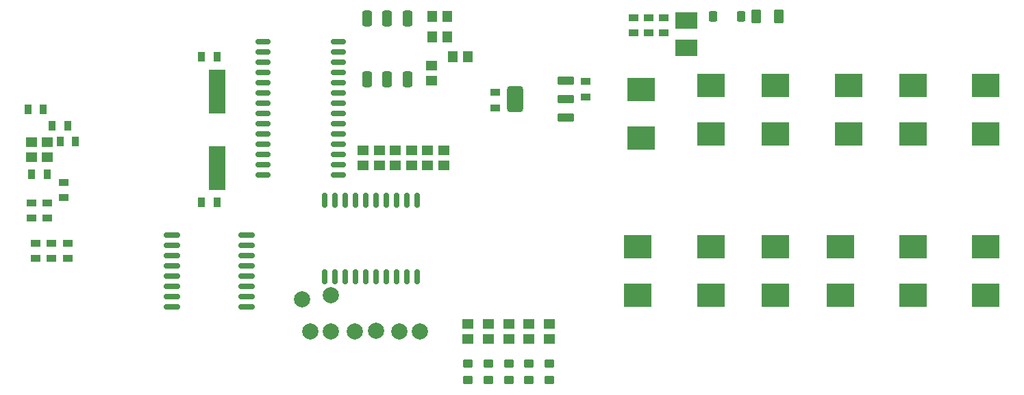
<source format=gtp>
G04*
G04 #@! TF.GenerationSoftware,Altium Limited,Altium Designer,22.11.1 (43)*
G04*
G04 Layer_Color=8421504*
%FSLAX44Y44*%
%MOMM*%
G71*
G04*
G04 #@! TF.SameCoordinates,DD534F31-E0F6-4E29-A9B1-9AC83580A68C*
G04*
G04*
G04 #@! TF.FilePolarity,Positive*
G04*
G01*
G75*
%ADD17R,1.3500X1.1500*%
%ADD18C,2.0000*%
G04:AMPARAMS|DCode=19|XSize=0.6mm|YSize=1.9mm|CornerRadius=0.15mm|HoleSize=0mm|Usage=FLASHONLY|Rotation=180.000|XOffset=0mm|YOffset=0mm|HoleType=Round|Shape=RoundedRectangle|*
%AMROUNDEDRECTD19*
21,1,0.6000,1.6000,0,0,180.0*
21,1,0.3000,1.9000,0,0,180.0*
1,1,0.3000,-0.1500,0.8000*
1,1,0.3000,0.1500,0.8000*
1,1,0.3000,0.1500,-0.8000*
1,1,0.3000,-0.1500,-0.8000*
%
%ADD19ROUNDEDRECTD19*%
G04:AMPARAMS|DCode=20|XSize=2mm|YSize=1.2mm|CornerRadius=0.3mm|HoleSize=0mm|Usage=FLASHONLY|Rotation=90.000|XOffset=0mm|YOffset=0mm|HoleType=Round|Shape=RoundedRectangle|*
%AMROUNDEDRECTD20*
21,1,2.0000,0.6000,0,0,90.0*
21,1,1.4000,1.2000,0,0,90.0*
1,1,0.6000,0.3000,0.7000*
1,1,0.6000,0.3000,-0.7000*
1,1,0.6000,-0.3000,-0.7000*
1,1,0.6000,-0.3000,0.7000*
%
%ADD20ROUNDEDRECTD20*%
%ADD21R,1.1500X1.3500*%
G04:AMPARAMS|DCode=22|XSize=0.6mm|YSize=2mm|CornerRadius=0.15mm|HoleSize=0mm|Usage=FLASHONLY|Rotation=270.000|XOffset=0mm|YOffset=0mm|HoleType=Round|Shape=RoundedRectangle|*
%AMROUNDEDRECTD22*
21,1,0.6000,1.7000,0,0,270.0*
21,1,0.3000,2.0000,0,0,270.0*
1,1,0.3000,-0.8500,-0.1500*
1,1,0.3000,-0.8500,0.1500*
1,1,0.3000,0.8500,0.1500*
1,1,0.3000,0.8500,-0.1500*
%
%ADD22ROUNDEDRECTD22*%
G04:AMPARAMS|DCode=23|XSize=0.6mm|YSize=1.85mm|CornerRadius=0.15mm|HoleSize=0mm|Usage=FLASHONLY|Rotation=90.000|XOffset=0mm|YOffset=0mm|HoleType=Round|Shape=RoundedRectangle|*
%AMROUNDEDRECTD23*
21,1,0.6000,1.5500,0,0,90.0*
21,1,0.3000,1.8500,0,0,90.0*
1,1,0.3000,0.7750,0.1500*
1,1,0.3000,0.7750,-0.1500*
1,1,0.3000,-0.7750,-0.1500*
1,1,0.3000,-0.7750,0.1500*
%
%ADD23ROUNDEDRECTD23*%
%ADD24R,3.5000X3.0000*%
%ADD25R,0.9000X1.3000*%
%ADD26R,1.3000X0.9000*%
%ADD27R,2.0000X5.5000*%
%ADD28R,2.8000X2.0000*%
G04:AMPARAMS|DCode=29|XSize=1.3mm|YSize=1.1mm|CornerRadius=0.275mm|HoleSize=0mm|Usage=FLASHONLY|Rotation=90.000|XOffset=0mm|YOffset=0mm|HoleType=Round|Shape=RoundedRectangle|*
%AMROUNDEDRECTD29*
21,1,1.3000,0.5500,0,0,90.0*
21,1,0.7500,1.1000,0,0,90.0*
1,1,0.5500,0.2750,0.3750*
1,1,0.5500,0.2750,-0.3750*
1,1,0.5500,-0.2750,-0.3750*
1,1,0.5500,-0.2750,0.3750*
%
%ADD29ROUNDEDRECTD29*%
G04:AMPARAMS|DCode=30|XSize=1mm|YSize=2.1mm|CornerRadius=0.25mm|HoleSize=0mm|Usage=FLASHONLY|Rotation=270.000|XOffset=0mm|YOffset=0mm|HoleType=Round|Shape=RoundedRectangle|*
%AMROUNDEDRECTD30*
21,1,1.0000,1.6000,0,0,270.0*
21,1,0.5000,2.1000,0,0,270.0*
1,1,0.5000,-0.8000,-0.2500*
1,1,0.5000,-0.8000,0.2500*
1,1,0.5000,0.8000,0.2500*
1,1,0.5000,0.8000,-0.2500*
%
%ADD30ROUNDEDRECTD30*%
G04:AMPARAMS|DCode=31|XSize=3.3mm|YSize=2.1mm|CornerRadius=0.525mm|HoleSize=0mm|Usage=FLASHONLY|Rotation=270.000|XOffset=0mm|YOffset=0mm|HoleType=Round|Shape=RoundedRectangle|*
%AMROUNDEDRECTD31*
21,1,3.3000,1.0500,0,0,270.0*
21,1,2.2500,2.1000,0,0,270.0*
1,1,1.0500,-0.5250,-1.1250*
1,1,1.0500,-0.5250,1.1250*
1,1,1.0500,0.5250,1.1250*
1,1,1.0500,0.5250,-1.1250*
%
%ADD31ROUNDEDRECTD31*%
G04:AMPARAMS|DCode=32|XSize=1.75mm|YSize=1.25mm|CornerRadius=0.3125mm|HoleSize=0mm|Usage=FLASHONLY|Rotation=270.000|XOffset=0mm|YOffset=0mm|HoleType=Round|Shape=RoundedRectangle|*
%AMROUNDEDRECTD32*
21,1,1.7500,0.6250,0,0,270.0*
21,1,1.1250,1.2500,0,0,270.0*
1,1,0.6250,-0.3125,-0.5625*
1,1,0.6250,-0.3125,0.5625*
1,1,0.6250,0.3125,0.5625*
1,1,0.6250,0.3125,-0.5625*
%
%ADD32ROUNDEDRECTD32*%
G04:AMPARAMS|DCode=33|XSize=1.2mm|YSize=1.1mm|CornerRadius=0.275mm|HoleSize=0mm|Usage=FLASHONLY|Rotation=180.000|XOffset=0mm|YOffset=0mm|HoleType=Round|Shape=RoundedRectangle|*
%AMROUNDEDRECTD33*
21,1,1.2000,0.5500,0,0,180.0*
21,1,0.6500,1.1000,0,0,180.0*
1,1,0.5500,-0.3250,0.2750*
1,1,0.5500,0.3250,0.2750*
1,1,0.5500,0.3250,-0.2750*
1,1,0.5500,-0.3250,-0.2750*
%
%ADD33ROUNDEDRECTD33*%
D17*
X440000Y309250D02*
D03*
Y290750D02*
D03*
X460000Y309250D02*
D03*
Y290750D02*
D03*
X525000Y395750D02*
D03*
Y414250D02*
D03*
X595000Y94250D02*
D03*
Y75750D02*
D03*
X570000Y94250D02*
D03*
Y75750D02*
D03*
X480000Y290750D02*
D03*
Y309250D02*
D03*
X500000Y290750D02*
D03*
Y309250D02*
D03*
X520000Y290750D02*
D03*
Y309250D02*
D03*
X540000Y290750D02*
D03*
Y309250D02*
D03*
X30000Y300750D02*
D03*
Y319250D02*
D03*
X50000D02*
D03*
Y300750D02*
D03*
X670000Y94250D02*
D03*
Y75750D02*
D03*
X645000Y94250D02*
D03*
Y75750D02*
D03*
X620000D02*
D03*
Y94250D02*
D03*
D18*
X510000Y85000D02*
D03*
X485000D02*
D03*
X456350Y86110D02*
D03*
X430000Y85000D02*
D03*
X400000D02*
D03*
X375000D02*
D03*
X400000Y130000D02*
D03*
X365000Y125000D02*
D03*
D19*
X507150Y247500D02*
D03*
X494450D02*
D03*
X481750D02*
D03*
X469050D02*
D03*
X456350D02*
D03*
X443650D02*
D03*
X430950D02*
D03*
X418250D02*
D03*
X405550D02*
D03*
X392850D02*
D03*
X507150Y152500D02*
D03*
X494450D02*
D03*
X481750D02*
D03*
X469050D02*
D03*
X456350D02*
D03*
X443650D02*
D03*
X430950D02*
D03*
X418250D02*
D03*
X405550D02*
D03*
X392850D02*
D03*
D20*
X445000Y397500D02*
D03*
X470000D02*
D03*
X495000D02*
D03*
X445000Y472500D02*
D03*
X470000D02*
D03*
X495000D02*
D03*
D21*
X525750Y450000D02*
D03*
X544250D02*
D03*
X550750Y425000D02*
D03*
X569250D02*
D03*
X525750Y475000D02*
D03*
X544250D02*
D03*
D22*
X203500Y179050D02*
D03*
Y191750D02*
D03*
Y166350D02*
D03*
Y204450D02*
D03*
Y153650D02*
D03*
X296500Y204450D02*
D03*
Y191750D02*
D03*
Y153650D02*
D03*
Y140950D02*
D03*
Y179050D02*
D03*
Y166350D02*
D03*
X203500Y140950D02*
D03*
Y128250D02*
D03*
Y115550D02*
D03*
X296500Y128250D02*
D03*
Y115550D02*
D03*
D23*
X410000Y279200D02*
D03*
Y291900D02*
D03*
Y304600D02*
D03*
Y317300D02*
D03*
Y330000D02*
D03*
Y342700D02*
D03*
Y355400D02*
D03*
Y368100D02*
D03*
Y380800D02*
D03*
Y393500D02*
D03*
Y406200D02*
D03*
Y418900D02*
D03*
Y431600D02*
D03*
Y444300D02*
D03*
X316500Y279200D02*
D03*
Y291900D02*
D03*
Y304600D02*
D03*
Y317300D02*
D03*
Y330000D02*
D03*
Y342700D02*
D03*
Y355400D02*
D03*
Y368100D02*
D03*
Y380800D02*
D03*
Y393500D02*
D03*
Y406200D02*
D03*
Y418900D02*
D03*
Y431600D02*
D03*
Y444300D02*
D03*
D24*
X780000Y190000D02*
D03*
Y130000D02*
D03*
X870000D02*
D03*
Y190000D02*
D03*
X950000Y130000D02*
D03*
Y190000D02*
D03*
X1030000Y130000D02*
D03*
Y190000D02*
D03*
X1120000Y130000D02*
D03*
Y190000D02*
D03*
X1210000Y130000D02*
D03*
Y190000D02*
D03*
Y330000D02*
D03*
Y390000D02*
D03*
X1120000Y330000D02*
D03*
Y390000D02*
D03*
X1040000Y330000D02*
D03*
Y390000D02*
D03*
X950000Y330000D02*
D03*
Y390000D02*
D03*
X783483Y324920D02*
D03*
Y384920D02*
D03*
X870000Y330000D02*
D03*
Y390000D02*
D03*
D25*
X45000Y360000D02*
D03*
X26000D02*
D03*
X84500Y320000D02*
D03*
X65500D02*
D03*
X49500Y280000D02*
D03*
X30500D02*
D03*
X75000Y340000D02*
D03*
X56000D02*
D03*
X259500Y245000D02*
D03*
X240500D02*
D03*
X259500Y425000D02*
D03*
X240500D02*
D03*
D26*
X30000Y225500D02*
D03*
Y244500D02*
D03*
X50000Y225500D02*
D03*
Y244500D02*
D03*
X75000Y194500D02*
D03*
Y175500D02*
D03*
X55000Y194500D02*
D03*
Y175500D02*
D03*
X35000Y194500D02*
D03*
Y175500D02*
D03*
X70000Y250500D02*
D03*
Y269500D02*
D03*
X774367Y454590D02*
D03*
Y473590D02*
D03*
X792993Y454590D02*
D03*
Y473590D02*
D03*
X811620Y454590D02*
D03*
Y473590D02*
D03*
X603510Y381010D02*
D03*
Y362010D02*
D03*
X715000Y394500D02*
D03*
Y375500D02*
D03*
D27*
X260000Y287500D02*
D03*
Y382500D02*
D03*
D28*
X840000Y470000D02*
D03*
Y436500D02*
D03*
D29*
X872500Y475000D02*
D03*
X907500D02*
D03*
D30*
X690890Y349780D02*
D03*
Y395780D02*
D03*
Y372780D02*
D03*
D31*
X627890D02*
D03*
D32*
X954250Y475000D02*
D03*
X925750D02*
D03*
D33*
X670000Y24500D02*
D03*
Y45500D02*
D03*
X645000Y24500D02*
D03*
Y45500D02*
D03*
X570000D02*
D03*
Y24500D02*
D03*
X595000Y45500D02*
D03*
Y24500D02*
D03*
X620000Y45500D02*
D03*
Y24500D02*
D03*
M02*

</source>
